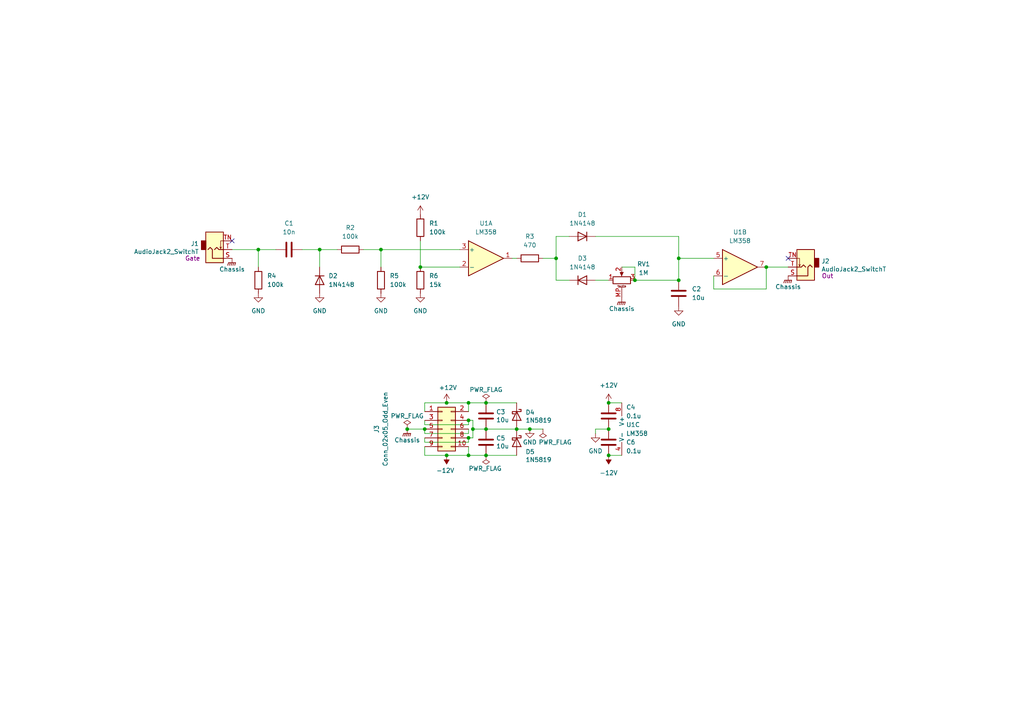
<source format=kicad_sch>
(kicad_sch (version 20211123) (generator eeschema)
  (paper "A4")
  (lib_symbols
    (symbol "1N4148_1" (pin_numbers hide) (pin_names hide)
      (property "Reference" "D" (at 0 2.54 0))
      (property "Value" "1N4148_1" (at 0 -2.54 0))
      (symbol "1N4148_1_0_1"
        (polyline (pts (xy -1.27 1.27) (xy -1.27 -1.27)) (stroke (width 0.254)))
        (polyline (pts (xy 1.27 0) (xy -1.27 0)))
        (polyline (pts (xy 1.27 1.27) (xy 1.27 -1.27) (xy -1.27 0) (xy 1.27 1.27)) (stroke (width 0.254)))
      )
      (symbol "1N4148_1_1_1"
        (pin passive line (at -3.81 0 0) (length 2.54) (name "K") (number "1"))
        (pin passive line (at 3.81 0 180) (length 2.54) (name "A") (number "2"))
      )
    )
    (symbol "1N4148_2" (pin_numbers hide) (pin_names hide)
      (property "Reference" "D" (at 0 2.54 0))
      (property "Value" "1N4148_2" (at 0 -2.54 0))
      (symbol "1N4148_2_0_1"
        (polyline (pts (xy -1.27 1.27) (xy -1.27 -1.27)) (stroke (width 0.254)))
        (polyline (pts (xy 1.27 0) (xy -1.27 0)))
        (polyline (pts (xy 1.27 1.27) (xy 1.27 -1.27) (xy -1.27 0) (xy 1.27 1.27)) (stroke (width 0.254)))
      )
      (symbol "1N4148_2_1_1"
        (pin passive line (at -3.81 0 0) (length 2.54) (name "K") (number "1"))
        (pin passive line (at 3.81 0 180) (length 2.54) (name "A") (number "2"))
      )
    )
    (symbol "Amplifier_Operational:LM358" (pin_names (offset 0.127))
      (property "Reference" "U" (at 0 5.08 0))
      (property "Value" "LM358" (at 0 -5.08 0))
      (symbol "LM358_1_1"
        (polyline (pts (xy -5.08 5.08) (xy 5.08 0) (xy -5.08 -5.08) (xy -5.08 5.08)) (stroke (width 0.254)) (fill (type background)))
        (pin output line (at 7.62 0 180) (length 2.54) (name "~") (number "1"))
        (pin input line (at -7.62 -2.54 0) (length 2.54) (name "-") (number "2"))
        (pin input line (at -7.62 2.54 0) (length 2.54) (name "+") (number "3"))
      )
      (symbol "LM358_2_1"
        (polyline (pts (xy -5.08 5.08) (xy 5.08 0) (xy -5.08 -5.08) (xy -5.08 5.08)) (stroke (width 0.254)) (fill (type background)))
        (pin input line (at -7.62 2.54 0) (length 2.54) (name "+") (number "5"))
        (pin input line (at -7.62 -2.54 0) (length 2.54) (name "-") (number "6"))
        (pin output line (at 7.62 0 180) (length 2.54) (name "~") (number "7"))
      )
      (symbol "LM358_3_1"
        (pin power_in line (at -2.54 -7.62 90) (length 3.81) (name "V-") (number "4"))
        (pin power_in line (at -2.54 7.62 270) (length 3.81) (name "V+") (number "8"))
      )
    )
    (symbol "Connector:AudioJack2_SwitchT"
      (property "Reference" "J" (at 0 8.89 0))
      (property "Value" "AudioJack2_SwitchT" (at 0 6.35 0))
      (symbol "AudioJack2_SwitchT_0_1"
        (rectangle (start -2.54 0) (end -3.81 -2.54) (stroke (width 0.254)) (fill (type outline)))
        (polyline (pts (xy 1.778 -0.254) (xy 2.032 -0.762)))
        (polyline (pts (xy 0 0) (xy 0.635 -0.635) (xy 1.27 0) (xy 2.54 0)) (stroke (width 0.254)))
        (polyline (pts (xy 2.54 -2.54) (xy 1.778 -2.54) (xy 1.778 -0.254) (xy 1.524 -0.762)))
        (polyline (pts (xy 2.54 2.54) (xy -0.635 2.54) (xy -0.635 0) (xy -1.27 -0.635) (xy -1.905 0)) (stroke (width 0.254)))
        (rectangle (start 2.54 3.81) (end -2.54 -5.08) (stroke (width 0.254)) (fill (type background)))
      )
      (symbol "AudioJack2_SwitchT_1_1"
        (pin passive line (at 5.08 2.54 180) (length 2.54) (name "~") (number "S"))
        (pin passive line (at 5.08 0 180) (length 2.54) (name "~") (number "T"))
        (pin passive line (at 5.08 -2.54 180) (length 2.54) (name "~") (number "TN"))
      )
    )
    (symbol "Connector_Generic:Conn_02x05_Odd_Even" (pin_names (offset 1.016) hide)
      (property "Reference" "J" (at 1.27 7.62 0))
      (property "Value" "Conn_02x05_Odd_Even" (at 1.27 -7.62 0))
      (symbol "Conn_02x05_Odd_Even_1_1"
        (rectangle (start -1.27 -4.953) (end 0 -5.207) (stroke (width 0.1524)))
        (rectangle (start -1.27 -2.413) (end 0 -2.667) (stroke (width 0.1524)))
        (rectangle (start -1.27 0.127) (end 0 -0.127) (stroke (width 0.1524)))
        (rectangle (start -1.27 2.667) (end 0 2.413) (stroke (width 0.1524)))
        (rectangle (start -1.27 5.207) (end 0 4.953) (stroke (width 0.1524)))
        (rectangle (start -1.27 6.35) (end 3.81 -6.35) (stroke (width 0.254)) (fill (type background)))
        (rectangle (start 3.81 -4.953) (end 2.54 -5.207) (stroke (width 0.1524)))
        (rectangle (start 3.81 -2.413) (end 2.54 -2.667) (stroke (width 0.1524)))
        (rectangle (start 3.81 0.127) (end 2.54 -0.127) (stroke (width 0.1524)))
        (rectangle (start 3.81 2.667) (end 2.54 2.413) (stroke (width 0.1524)))
        (rectangle (start 3.81 5.207) (end 2.54 4.953) (stroke (width 0.1524)))
        (pin passive line (at -5.08 5.08 0) (length 3.81) (name "Pin_1") (number "1"))
        (pin passive line (at 7.62 -5.08 180) (length 3.81) (name "Pin_10") (number "10"))
        (pin passive line (at 7.62 5.08 180) (length 3.81) (name "Pin_2") (number "2"))
        (pin passive line (at -5.08 2.54 0) (length 3.81) (name "Pin_3") (number "3"))
        (pin passive line (at 7.62 2.54 180) (length 3.81) (name "Pin_4") (number "4"))
        (pin passive line (at -5.08 0 0) (length 3.81) (name "Pin_5") (number "5"))
        (pin passive line (at 7.62 0 180) (length 3.81) (name "Pin_6") (number "6"))
        (pin passive line (at -5.08 -2.54 0) (length 3.81) (name "Pin_7") (number "7"))
        (pin passive line (at 7.62 -2.54 180) (length 3.81) (name "Pin_8") (number "8"))
        (pin passive line (at -5.08 -5.08 0) (length 3.81) (name "Pin_9") (number "9"))
      )
    )
    (symbol "Custom:Chassis" (power) (in_bom no) (on_board no)
      (property "Value" "Chassis" (at 0 -3.175 0))
      (symbol "Chassis_0_1"
        (polyline (pts (xy 0 -1.27) (xy 0 0)))
        (polyline (pts (xy -1.016 -1.27) (xy -1.27 -2.032) (xy -1.27 -2.032)) (stroke (width 0.2032)))
        (polyline (pts (xy -0.508 -1.27) (xy -0.762 -2.032) (xy -0.762 -2.032)) (stroke (width 0.2032)))
        (polyline (pts (xy 0 -1.27) (xy -0.254 -2.032) (xy -0.254 -2.032)) (stroke (width 0.2032)))
        (polyline (pts (xy 0.508 -1.27) (xy 0.254 -2.032) (xy 0.254 -2.032)) (stroke (width 0.2032)))
        (polyline (pts (xy 1.016 -1.27) (xy -1.016 -1.27) (xy -1.016 -1.27)) (stroke (width 0.2032)))
        (polyline (pts (xy 1.016 -1.27) (xy 0.762 -2.032) (xy 0.762 -2.032) (xy 0.762 -2.032)) (stroke (width 0.2032)))
      )
      (symbol "Chassis_1_1"
        (pin power_in line (at 0 0 0) (length 0) hide (name "Chassis") (number "1"))
      )
    )
    (symbol "Device:C" (pin_numbers hide) (pin_names (offset 0.254))
      (property "Reference" "C" (at 0.635 2.54 0))
      (property "Value" "C" (at 0.635 -2.54 0))
      (symbol "C_0_1"
        (polyline (pts (xy -2.032 -0.762) (xy 2.032 -0.762)) (stroke (width 0.508)))
        (polyline (pts (xy -2.032 0.762) (xy 2.032 0.762)) (stroke (width 0.508)))
      )
      (symbol "C_1_1"
        (pin passive line (at 0 3.81 270) (length 2.794) (name "~") (number "1"))
        (pin passive line (at 0 -3.81 90) (length 2.794) (name "~") (number "2"))
      )
    )
    (symbol "Device:R" (pin_numbers hide) (pin_names (offset 0))
      (property "Reference" "R" (at 2.032 0 90))
      (property "Value" "R" (at 0 0 90))
      (symbol "R_0_1"
        (rectangle (start -1.016 -2.54) (end 1.016 2.54) (stroke (width 0.254)))
      )
      (symbol "R_1_1"
        (pin passive line (at 0 3.81 270) (length 1.27) (name "~") (number "1"))
        (pin passive line (at 0 -3.81 90) (length 1.27) (name "~") (number "2"))
      )
    )
    (symbol "Device:R_Potentiometer_MountingPin" (pin_names (offset 1.016) hide)
      (property "Reference" "RV" (at -8.255 0 90))
      (property "Value" "R_Potentiometer_MountingPin" (at -6.35 0 90))
      (symbol "R_Potentiometer_MountingPin_0_1"
        (polyline (pts (xy 2.54 0) (xy 1.524 0)))
        (polyline (pts (xy 1.143 0) (xy 2.286 0.508) (xy 2.286 -0.508)) (fill (type outline)))
        (rectangle (start 1.016 2.54) (end -1.016 -2.54) (stroke (width 0.254)))
      )
      (symbol "R_Potentiometer_MountingPin_1_1"
        (polyline (pts (xy -2.032 1.016) (xy -2.032 -1.016)) (stroke (width 0.1524)))
        (text "Mounting" (at -1.651 0 900) (effects (font (size 0.381 0.381))))
        (pin passive line (at 0 3.81 270) (length 1.27) (name "1") (number "1"))
        (pin passive line (at 3.81 0 180) (length 1.27) (name "2") (number "2"))
        (pin passive line (at 0 -3.81 90) (length 1.27) (name "3") (number "3"))
        (pin passive line (at -5.08 0 0) (length 3.048) (name "MountPin") (number "MP"))
      )
    )
    (symbol "Diode:1N4148" (pin_numbers hide) (pin_names hide)
      (property "Reference" "D" (at 0 2.54 0))
      (property "Value" "1N4148" (at 0 -2.54 0))
      (symbol "1N4148_0_1"
        (polyline (pts (xy -1.27 1.27) (xy -1.27 -1.27)) (stroke (width 0.254)))
        (polyline (pts (xy 1.27 0) (xy -1.27 0)))
        (polyline (pts (xy 1.27 1.27) (xy 1.27 -1.27) (xy -1.27 0) (xy 1.27 1.27)) (stroke (width 0.254)))
      )
      (symbol "1N4148_1_1"
        (pin passive line (at -3.81 0 0) (length 2.54) (name "K") (number "1"))
        (pin passive line (at 3.81 0 180) (length 2.54) (name "A") (number "2"))
      )
    )
    (symbol "Diode:1N5819" (pin_numbers hide) (pin_names (offset 1.016) hide)
      (property "Reference" "D" (at 0 2.54 0))
      (property "Value" "1N5819" (at 0 -2.54 0))
      (symbol "1N5819_0_1"
        (polyline (pts (xy 1.27 0) (xy -1.27 0)))
        (polyline (pts (xy 1.27 1.27) (xy 1.27 -1.27) (xy -1.27 0) (xy 1.27 1.27)) (stroke (width 0.254)))
        (polyline (pts (xy -1.905 0.635) (xy -1.905 1.27) (xy -1.27 1.27) (xy -1.27 -1.27) (xy -0.635 -1.27) (xy -0.635 -0.635)) (stroke (width 0.254)))
      )
      (symbol "1N5819_1_1"
        (pin passive line (at -3.81 0 0) (length 2.54) (name "K") (number "1"))
        (pin passive line (at 3.81 0 180) (length 2.54) (name "A") (number "2"))
      )
    )
    (symbol "power:+12V" (power) (pin_names (offset 0))
      (property "Value" "+12V" (at 0 3.556 0))
      (symbol "+12V_0_1"
        (polyline (pts (xy -0.762 1.27) (xy 0 2.54)))
        (polyline (pts (xy 0 0) (xy 0 2.54)))
        (polyline (pts (xy 0 2.54) (xy 0.762 1.27)))
      )
      (symbol "+12V_1_1"
        (pin power_in line (at 0 0 90) (length 0) hide (name "+12V") (number "1"))
      )
    )
    (symbol "power:-12V" (power) (pin_names (offset 0))
      (property "Value" "-12V" (at 0 3.81 0))
      (symbol "-12V_0_0"
        (pin power_in line (at 0 0 90) (length 0) hide (name "-12V") (number "1"))
      )
      (symbol "-12V_0_1"
        (polyline (pts (xy 0 0) (xy 0 1.27) (xy 0.762 1.27) (xy 0 2.54) (xy -0.762 1.27) (xy 0 1.27)) (fill (type outline)))
      )
    )
    (symbol "power:GND" (power) (pin_names (offset 0))
      (property "Value" "GND" (at 0 -3.81 0))
      (symbol "GND_0_1"
        (polyline (pts (xy 0 0) (xy 0 -1.27) (xy 1.27 -1.27) (xy 0 -2.54) (xy -1.27 -1.27) (xy 0 -1.27)))
      )
      (symbol "GND_1_1"
        (pin power_in line (at 0 0 270) (length 0) hide (name "GND") (number "1"))
      )
    )
    (symbol "power:PWR_FLAG" (power) (pin_numbers hide) (pin_names (offset 0) hide)
      (property "Value" "PWR_FLAG" (at 0 3.81 0))
      (symbol "PWR_FLAG_0_0"
        (pin power_out line (at 0 0 90) (length 0) (name "pwr") (number "1"))
      )
      (symbol "PWR_FLAG_0_1"
        (polyline (pts (xy 0 0) (xy 0 1.27) (xy -1.016 1.905) (xy 0 2.54) (xy 1.016 1.905) (xy 0 1.27)))
      )
    )
  )
  (junction (at 137.16 124.46))
  (junction (at 74.93 72.39))
  (junction (at 135.89 116.84))
  (junction (at 196.85 81.28))
  (junction (at 140.97 124.46))
  (junction (at 176.53 116.84))
  (junction (at 161.29 74.93))
  (junction (at 129.54 132.08))
  (junction (at 118.11 124.46))
  (junction (at 184.15 81.28))
  (junction (at 149.86 124.46))
  (junction (at 92.71 72.39))
  (junction (at 222.25 77.47))
  (junction (at 135.89 127))
  (junction (at 176.53 124.46))
  (junction (at 135.89 121.92))
  (junction (at 176.53 132.08))
  (junction (at 135.89 132.08))
  (junction (at 140.97 132.08))
  (junction (at 140.97 116.84))
  (junction (at 153.67 124.46))
  (junction (at 129.54 116.84))
  (junction (at 121.92 77.47))
  (junction (at 123.19 124.46))
  (junction (at 110.49 72.39))
  (junction (at 196.85 74.93))
  (no_connect (at 67.31 69.85))
  (no_connect (at 228.6 74.93))
  (wire (pts (xy 74.93 77.47) (xy 74.93 72.39)))
  (wire (pts (xy 123.19 129.54) (xy 123.19 132.08)))
  (wire (pts (xy 92.71 72.39) (xy 92.71 77.47)))
  (wire (pts (xy 135.89 125.73) (xy 135.89 124.46)))
  (wire (pts (xy 180.34 77.47) (xy 184.15 77.47)))
  (wire (pts (xy 74.93 72.39) (xy 80.01 72.39)))
  (wire (pts (xy 123.19 124.46) (xy 123.19 125.73)))
  (wire (pts (xy 135.89 128.27) (xy 135.89 127)))
  (wire (pts (xy 176.53 116.84) (xy 180.34 116.84)))
  (wire (pts (xy 67.31 72.39) (xy 74.93 72.39)))
  (wire (pts (xy 105.41 72.39) (xy 110.49 72.39)))
  (wire (pts (xy 172.72 68.58) (xy 196.85 68.58)))
  (wire (pts (xy 135.89 123.19) (xy 135.89 121.92)))
  (wire (pts (xy 149.86 116.84) (xy 140.97 116.84)))
  (wire (pts (xy 118.11 124.46) (xy 123.19 124.46)))
  (wire (pts (xy 123.19 127) (xy 123.19 128.27)))
  (wire (pts (xy 148.59 74.93) (xy 149.86 74.93)))
  (wire (pts (xy 222.25 83.82) (xy 222.25 77.47)))
  (wire (pts (xy 161.29 68.58) (xy 165.1 68.58)))
  (wire (pts (xy 184.15 77.47) (xy 184.15 81.28)))
  (wire (pts (xy 129.54 116.84) (xy 135.89 116.84)))
  (wire (pts (xy 222.25 77.47) (xy 228.6 77.47)))
  (wire (pts (xy 161.29 74.93) (xy 157.48 74.93)))
  (wire (pts (xy 87.63 72.39) (xy 92.71 72.39)))
  (wire (pts (xy 135.89 116.84) (xy 140.97 116.84)))
  (wire (pts (xy 92.71 72.39) (xy 97.79 72.39)))
  (wire (pts (xy 123.19 125.73) (xy 135.89 125.73)))
  (wire (pts (xy 110.49 72.39) (xy 110.49 77.47)))
  (wire (pts (xy 123.19 123.19) (xy 135.89 123.19)))
  (wire (pts (xy 176.53 132.08) (xy 180.34 132.08)))
  (wire (pts (xy 121.92 77.47) (xy 133.35 77.47)))
  (wire (pts (xy 135.89 121.92) (xy 137.16 121.92)))
  (wire (pts (xy 140.97 132.08) (xy 149.86 132.08)))
  (wire (pts (xy 172.72 81.28) (xy 176.53 81.28)))
  (wire (pts (xy 121.92 69.85) (xy 121.92 77.47)))
  (wire (pts (xy 135.89 127) (xy 137.16 127)))
  (wire (pts (xy 123.19 132.08) (xy 129.54 132.08)))
  (wire (pts (xy 140.97 124.46) (xy 149.86 124.46)))
  (wire (pts (xy 153.67 124.46) (xy 157.48 124.46)))
  (wire (pts (xy 172.72 125.73) (xy 172.72 124.46)))
  (wire (pts (xy 161.29 74.93) (xy 161.29 68.58)))
  (wire (pts (xy 196.85 74.93) (xy 196.85 81.28)))
  (wire (pts (xy 196.85 74.93) (xy 207.01 74.93)))
  (wire (pts (xy 137.16 124.46) (xy 140.97 124.46)))
  (wire (pts (xy 135.89 119.38) (xy 135.89 116.84)))
  (wire (pts (xy 123.19 119.38) (xy 123.19 116.84)))
  (wire (pts (xy 123.19 128.27) (xy 135.89 128.27)))
  (wire (pts (xy 165.1 81.28) (xy 161.29 81.28)))
  (wire (pts (xy 123.19 116.84) (xy 129.54 116.84)))
  (wire (pts (xy 207.01 80.01) (xy 207.01 83.82)))
  (wire (pts (xy 135.89 132.08) (xy 140.97 132.08)))
  (wire (pts (xy 110.49 72.39) (xy 133.35 72.39)))
  (wire (pts (xy 137.16 121.92) (xy 137.16 124.46)))
  (wire (pts (xy 129.54 132.08) (xy 135.89 132.08)))
  (wire (pts (xy 196.85 68.58) (xy 196.85 74.93)))
  (wire (pts (xy 149.86 124.46) (xy 153.67 124.46)))
  (wire (pts (xy 123.19 121.92) (xy 123.19 123.19)))
  (wire (pts (xy 184.15 81.28) (xy 196.85 81.28)))
  (wire (pts (xy 172.72 124.46) (xy 176.53 124.46)))
  (wire (pts (xy 207.01 83.82) (xy 222.25 83.82)))
  (wire (pts (xy 135.89 129.54) (xy 135.89 132.08)))
  (wire (pts (xy 137.16 127) (xy 137.16 124.46)))
  (wire (pts (xy 161.29 81.28) (xy 161.29 74.93)))
  (symbol (lib_id "Device:C") (at 140.97 120.65 0) (unit 1)
    (property "Reference" "C3" (at 143.891 119.4816 0) (effects (justify left)))
    (property "Value" "10u" (at 143.891 121.793 0) (effects (justify left)))
    (property "Footprint" "Capacitor_THT:C_Disc_D5.0mm_W2.5mm_P5.00mm" (effects hide))
  )
  (symbol (lib_id "Device:C") (at 176.53 128.27 180) (unit 1)
    (property "Reference" "C6" (at 181.61 128.27 0) (effects (justify right)))
    (property "Value" "0.1u" (at 181.61 130.81 0) (effects (justify right)))
  )
  (symbol (lib_id "Custom:Chassis") (at 228.6 80.01 0) (unit 1) (in_bom no) (on_board no)
    (property "Reference" "#U02" (effects hide))
    (property "Value" "Chassis" (at 228.6 83.185 0))
  )
  (symbol (lib_id "Custom:Chassis") (at 118.11 124.46 0) (unit 1) (in_bom no) (on_board no)
    (property "Reference" "#U04" (effects hide))
    (property "Value" "Chassis" (at 118.11 127.635 0))
  )
  (symbol (lib_id "power:+12V") (at 121.92 62.23 0) (unit 1)
    (property "Reference" "#PWR01" (effects hide))
    (property "Value" "+12V" (at 121.92 57.15 0))
  )
  (symbol (lib_id "power:PWR_FLAG") (at 157.48 124.46 180) (unit 1)
    (property "Reference" "#FLG03" (effects hide))
    (property "Value" "PWR_FLAG" (at 156.21 128.27 0) (effects (justify right)))
  )
  (symbol (lib_id "Connector:AudioJack2_SwitchT") (at 233.68 77.47 180) (unit 1)
    (property "Reference" "J2" (at 238.2266 75.7682 0) (effects (justify right)))
    (property "Value" "AudioJack2_SwitchT" (at 238.2266 78.0796 0) (effects (justify right)))
    (property "Footprint" "Connector_Audio:Jack_3.5mm_QingPu_WQP-PJ398SM_Vertical_CircularHoles" (effects hide))
    (property "Notes" "Out" (at 240.03 80.01 0))
  )
  (symbol (lib_id "power:+12V") (at 176.53 116.84 0) (unit 1)
    (property "Reference" "#PWR08" (effects hide))
    (property "Value" "+12V" (at 176.53 111.76 0))
  )
  (symbol (lib_id "power:PWR_FLAG") (at 118.11 124.46 0) (unit 1)
    (property "Reference" "#FLG02" (effects hide))
    (property "Value" "PWR_FLAG" (at 118.11 120.65 0))
  )
  (symbol (lib_id "power:-12V") (at 129.54 132.08 180) (unit 1)
    (property "Reference" "#PWR011" (effects hide))
    (property "Value" "-12V" (at 129.159 136.4742 0))
  )
  (symbol (lib_id "Device:R") (at 101.6 72.39 90) (unit 1)
    (property "Reference" "R2" (at 101.6 66.04 90))
    (property "Value" "100k" (at 101.6 68.58 90))
    (property "Footprint" "Resistor_THT:R_Axial_DIN0207_L6.3mm_D2.5mm_P7.62mm_Horizontal" (effects hide))
  )
  (symbol (lib_name "1N4148_1") (lib_id "Diode:1N4148") (at 92.71 81.28 270) (unit 1)
    (property "Reference" "D2" (at 95.25 80.0099 90) (effects (justify left)))
    (property "Value" "1N4148" (at 95.25 82.5499 90) (effects (justify left)))
    (property "Footprint" "Diode_THT:D_DO-35_SOD27_P7.62mm_Horizontal" (effects hide))
    (property "Datasheet" "https://assets.nexperia.com/documents/data-sheet/1N4148_1N4448.pdf" (effects hide))
  )
  (symbol (lib_id "Connector_Generic:Conn_02x05_Odd_Even") (at 128.27 124.46 0) (unit 1)
    (property "Reference" "J3" (at 109.22 124.46 90))
    (property "Value" "Conn_02x05_Odd_Even" (at 111.76 124.46 90))
    (property "Footprint" "Connector_PinHeader_2.54mm:PinHeader_2x05_P2.54mm_Vertical" (effects hide))
  )
  (symbol (lib_id "Device:C") (at 196.85 85.09 0) (unit 1)
    (property "Reference" "C2" (at 200.66 83.8199 0) (effects (justify left)))
    (property "Value" "10u" (at 200.66 86.3599 0) (effects (justify left)))
    (property "Footprint" "Capacitor_THT:C_Disc_D5.0mm_W2.5mm_P5.00mm" (effects hide))
  )
  (symbol (lib_id "power:GND") (at 153.67 124.46 0) (unit 1)
    (property "Reference" "#PWR09" (effects hide))
    (property "Value" "GND" (at 153.67 128.27 0))
  )
  (symbol (lib_id "power:PWR_FLAG") (at 140.97 132.08 180) (unit 1)
    (property "Reference" "#FLG04" (effects hide))
    (property "Value" "PWR_FLAG" (at 135.89 135.89 0) (effects (justify right)))
  )
  (symbol (lib_id "Device:R") (at 153.67 74.93 90) (unit 1)
    (property "Reference" "R3" (at 153.67 68.58 90))
    (property "Value" "470" (at 153.67 71.12 90))
    (property "Footprint" "Resistor_THT:R_Axial_DIN0207_L6.3mm_D2.5mm_P7.62mm_Horizontal" (effects hide))
  )
  (symbol (lib_id "power:GND") (at 74.93 85.09 0) (unit 1)
    (property "Reference" "#PWR02" (effects hide))
    (property "Value" "GND" (at 74.93 90.17 0))
  )
  (symbol (lib_name "1N4148_2") (lib_id "Diode:1N4148") (at 168.91 68.58 180) (unit 1)
    (property "Reference" "D1" (at 168.91 62.23 0))
    (property "Value" "1N4148" (at 168.91 64.77 0))
    (property "Footprint" "Diode_THT:D_DO-35_SOD27_P7.62mm_Horizontal" (effects hide))
    (property "Datasheet" "https://assets.nexperia.com/documents/data-sheet/1N4148_1N4448.pdf" (effects hide))
  )
  (symbol (lib_id "power:+12V") (at 129.54 116.84 0) (unit 1)
    (property "Reference" "#PWR07" (effects hide))
    (property "Value" "+12V" (at 129.921 112.4458 0))
  )
  (symbol (lib_id "power:GND") (at 92.71 85.09 0) (unit 1)
    (property "Reference" "#PWR03" (effects hide))
    (property "Value" "GND" (at 92.71 90.17 0))
  )
  (symbol (lib_id "power:GND") (at 172.72 125.73 0) (unit 1)
    (property "Reference" "#PWR010" (effects hide))
    (property "Value" "GND" (at 172.72 130.81 0))
  )
  (symbol (lib_id "Device:R") (at 110.49 81.28 180) (unit 1)
    (property "Reference" "R5" (at 113.03 80.0099 0) (effects (justify right)))
    (property "Value" "100k" (at 113.03 82.5499 0) (effects (justify right)))
    (property "Footprint" "Resistor_THT:R_Axial_DIN0207_L6.3mm_D2.5mm_P7.62mm_Horizontal" (effects hide))
  )
  (symbol (lib_id "Device:C") (at 140.97 128.27 0) (unit 1)
    (property "Reference" "C5" (at 143.891 127.1016 0) (effects (justify left)))
    (property "Value" "10u" (at 143.891 129.413 0) (effects (justify left)))
    (property "Footprint" "Capacitor_THT:C_Disc_D5.0mm_W2.5mm_P5.00mm" (effects hide))
  )
  (symbol (lib_id "power:GND") (at 196.85 88.9 0) (unit 1)
    (property "Reference" "#PWR06" (effects hide))
    (property "Value" "GND" (at 196.85 93.98 0))
  )
  (symbol (lib_id "Diode:1N5819") (at 149.86 128.27 270) (unit 1)
    (property "Reference" "D5" (at 152.4 131.0386 90) (effects (justify left)))
    (property "Value" "1N5819" (at 152.4 133.35 90) (effects (justify left)))
    (property "Footprint" "Diode_THT:D_DO-41_SOD81_P10.16mm_Horizontal" (effects hide))
    (property "Datasheet" "http://www.vishay.com/docs/88525/1n5817.pdf" (effects hide))
  )
  (symbol (lib_id "power:-12V") (at 176.53 132.08 180) (unit 1)
    (property "Reference" "#PWR012" (effects hide))
    (property "Value" "-12V" (at 176.53 137.16 0))
  )
  (symbol (lib_id "Custom:Chassis") (at 180.34 86.36 0) (unit 1) (in_bom no) (on_board no)
    (property "Reference" "#U03" (effects hide))
    (property "Value" "Chassis" (at 180.34 89.535 0))
  )
  (symbol (lib_id "power:GND") (at 110.49 85.09 0) (unit 1)
    (property "Reference" "#PWR04" (effects hide))
    (property "Value" "GND" (at 110.49 90.17 0))
  )
  (symbol (lib_id "Diode:1N4148") (at 168.91 81.28 0) (unit 1)
    (property "Reference" "D3" (at 168.91 74.93 0))
    (property "Value" "1N4148" (at 168.91 77.47 0))
    (property "Footprint" "Diode_THT:D_DO-35_SOD27_P7.62mm_Horizontal" (effects hide))
    (property "Datasheet" "https://assets.nexperia.com/documents/data-sheet/1N4148_1N4448.pdf" (effects hide))
  )
  (symbol (lib_id "Amplifier_Operational:LM358") (at 214.63 77.47 0) (unit 2)
    (property "Reference" "U1" (at 214.63 67.31 0))
    (property "Value" "LM358" (at 214.63 69.85 0))
    (property "Datasheet" "http://www.ti.com/lit/ds/symlink/lm2904-n.pdf" (effects hide))
  )
  (symbol (lib_id "Diode:1N5819") (at 149.86 120.65 270) (unit 1)
    (property "Reference" "D4" (at 152.4 119.6086 90) (effects (justify left)))
    (property "Value" "1N5819" (at 152.4 121.92 90) (effects (justify left)))
    (property "Footprint" "Diode_THT:D_DO-41_SOD81_P10.16mm_Horizontal" (effects hide))
    (property "Datasheet" "http://www.vishay.com/docs/88525/1n5817.pdf" (effects hide))
  )
  (symbol (lib_id "Device:C") (at 176.53 120.65 180) (unit 1)
    (property "Reference" "C4" (at 181.61 118.11 0) (effects (justify right)))
    (property "Value" "0.1u" (at 181.61 120.65 0) (effects (justify right)))
  )
  (symbol (lib_id "Device:C") (at 83.82 72.39 90) (unit 1)
    (property "Reference" "C1" (at 83.82 64.77 90))
    (property "Value" "10n" (at 83.82 67.31 90))
    (property "Footprint" "Capacitor_THT:C_Disc_D5.0mm_W2.5mm_P5.00mm" (effects hide))
  )
  (symbol (lib_id "Device:R_Potentiometer_MountingPin") (at 180.34 81.28 90) (unit 1)
    (property "Reference" "RV1" (at 186.69 76.581 90))
    (property "Value" "1M" (at 186.69 79.121 90))
  )
  (symbol (lib_id "Amplifier_Operational:LM358") (at 140.97 74.93 0) (unit 1)
    (property "Reference" "U1" (at 140.97 64.77 0))
    (property "Value" "LM358" (at 140.97 67.31 0))
    (property "Datasheet" "http://www.ti.com/lit/ds/symlink/lm2904-n.pdf" (effects hide))
  )
  (symbol (lib_id "power:PWR_FLAG") (at 140.97 116.84 0) (unit 1)
    (property "Reference" "#FLG01" (effects hide))
    (property "Value" "PWR_FLAG" (at 140.97 113.03 0))
  )
  (symbol (lib_id "power:GND") (at 121.92 85.09 0) (unit 1)
    (property "Reference" "#PWR05" (effects hide))
    (property "Value" "GND" (at 121.92 90.17 0))
  )
  (symbol (lib_id "Custom:Chassis") (at 67.31 74.93 0) (unit 1) (in_bom no) (on_board no)
    (property "Reference" "#U01" (effects hide))
    (property "Value" "Chassis" (at 67.31 78.105 0))
  )
  (symbol (lib_id "Device:R") (at 121.92 66.04 0) (unit 1)
    (property "Reference" "R1" (at 124.46 64.7699 0) (effects (justify left)))
    (property "Value" "100k" (at 124.46 67.3099 0) (effects (justify left)))
    (property "Footprint" "Resistor_THT:R_Axial_DIN0207_L6.3mm_D2.5mm_P7.62mm_Horizontal" (effects hide))
  )
  (symbol (lib_id "Connector:AudioJack2_SwitchT") (at 62.23 72.39 0) (mirror x) (unit 1)
    (property "Reference" "J1" (at 57.6834 70.6882 0) (effects (justify right)))
    (property "Value" "AudioJack2_SwitchT" (at 57.6834 72.9996 0) (effects (justify right)))
    (property "Footprint" "Connector_Audio:Jack_3.5mm_QingPu_WQP-PJ398SM_Vertical_CircularHoles" (effects hide))
    (property "Notes" "Gate" (at 55.88 74.93 0))
  )
  (symbol (lib_id "Device:R") (at 74.93 81.28 0) (unit 1)
    (property "Reference" "R4" (at 77.47 80.0099 0) (effects (justify left)))
    (property "Value" "100k" (at 77.47 82.5499 0) (effects (justify left)))
    (property "Footprint" "Resistor_THT:R_Axial_DIN0207_L6.3mm_D2.5mm_P7.62mm_Horizontal" (effects hide))
  )
  (symbol (lib_id "Device:R") (at 121.92 81.28 0) (unit 1)
    (property "Reference" "R6" (at 124.46 80.0099 0) (effects (justify left)))
    (property "Value" "15k" (at 124.46 82.5499 0) (effects (justify left)))
    (property "Footprint" "Resistor_THT:R_Axial_DIN0207_L6.3mm_D2.5mm_P7.62mm_Horizontal" (effects hide))
  )
  (symbol (lib_id "Amplifier_Operational:LM358") (at 182.88 124.46 0) (unit 3)
    (property "Reference" "U1" (at 181.61 123.1899 0) (effects (justify left)))
    (property "Value" "LM358" (at 181.61 125.7299 0) (effects (justify left)))
    (property "Datasheet" "http://www.ti.com/lit/ds/symlink/lm2904-n.pdf" (effects hide))
  )
)
</source>
